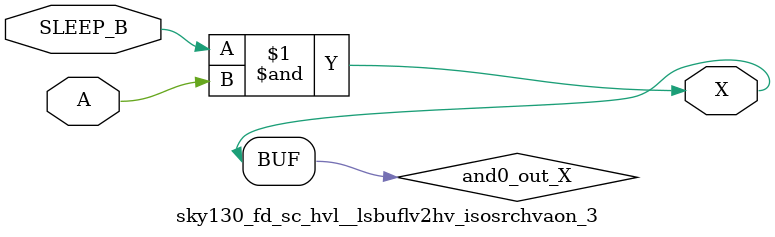
<source format=v>
module sky130_fd_sc_hvl__lsbuflv2hv_isosrchvaon_3 (
    X      ,
    A      ,
    SLEEP_B
);
    output X      ;
    input  A      ;
    input  SLEEP_B;
    wire SLEEP     ;
    wire and0_out_X;
    not not0 (SLEEP     , SLEEP_B        );
    and and0 (and0_out_X, SLEEP_B, A     );
    buf buf0 (X         , and0_out_X     );
endmodule
</source>
